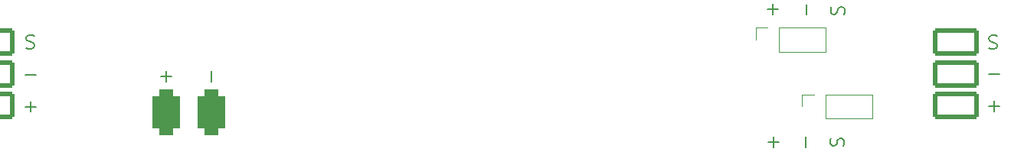
<source format=gto>
G04 #@! TF.GenerationSoftware,KiCad,Pcbnew,9.0.0*
G04 #@! TF.CreationDate,2025-03-27T20:29:25-05:00*
G04 #@! TF.ProjectId,PD_Board_v2,50445f42-6f61-4726-945f-76322e6b6963,rev?*
G04 #@! TF.SameCoordinates,Original*
G04 #@! TF.FileFunction,Legend,Top*
G04 #@! TF.FilePolarity,Positive*
%FSLAX46Y46*%
G04 Gerber Fmt 4.6, Leading zero omitted, Abs format (unit mm)*
G04 Created by KiCad (PCBNEW 9.0.0) date 2025-03-27 20:29:25*
%MOMM*%
%LPD*%
G01*
G04 APERTURE LIST*
G04 Aperture macros list*
%AMRoundRect*
0 Rectangle with rounded corners*
0 $1 Rounding radius*
0 $2 $3 $4 $5 $6 $7 $8 $9 X,Y pos of 4 corners*
0 Add a 4 corners polygon primitive as box body*
4,1,4,$2,$3,$4,$5,$6,$7,$8,$9,$2,$3,0*
0 Add four circle primitives for the rounded corners*
1,1,$1+$1,$2,$3*
1,1,$1+$1,$4,$5*
1,1,$1+$1,$6,$7*
1,1,$1+$1,$8,$9*
0 Add four rect primitives between the rounded corners*
20,1,$1+$1,$2,$3,$4,$5,0*
20,1,$1+$1,$4,$5,$6,$7,0*
20,1,$1+$1,$6,$7,$8,$9,0*
20,1,$1+$1,$8,$9,$2,$3,0*%
G04 Aperture macros list end*
%ADD10C,0.191250*%
%ADD11C,0.120000*%
%ADD12RoundRect,0.250000X-1.250000X2.250000X-1.250000X-2.250000X1.250000X-2.250000X1.250000X2.250000X0*%
%ADD13RoundRect,0.250000X-2.250000X-1.250000X2.250000X-1.250000X2.250000X1.250000X-2.250000X1.250000X0*%
%ADD14RoundRect,0.750000X0.750000X-1.750000X0.750000X1.750000X-0.750000X1.750000X-0.750000X-1.750000X0*%
%ADD15R,1.700000X1.700000*%
%ADD16O,1.700000X1.700000*%
G04 APERTURE END LIST*
D10*
X189745045Y-93292250D02*
X189672187Y-93510822D01*
X189672187Y-93510822D02*
X189672187Y-93875107D01*
X189672187Y-93875107D02*
X189745045Y-94020822D01*
X189745045Y-94020822D02*
X189817902Y-94093679D01*
X189817902Y-94093679D02*
X189963616Y-94166536D01*
X189963616Y-94166536D02*
X190109330Y-94166536D01*
X190109330Y-94166536D02*
X190255045Y-94093679D01*
X190255045Y-94093679D02*
X190327902Y-94020822D01*
X190327902Y-94020822D02*
X190400759Y-93875107D01*
X190400759Y-93875107D02*
X190473616Y-93583679D01*
X190473616Y-93583679D02*
X190546473Y-93437964D01*
X190546473Y-93437964D02*
X190619330Y-93365107D01*
X190619330Y-93365107D02*
X190765045Y-93292250D01*
X190765045Y-93292250D02*
X190910759Y-93292250D01*
X190910759Y-93292250D02*
X191056473Y-93365107D01*
X191056473Y-93365107D02*
X191129330Y-93437964D01*
X191129330Y-93437964D02*
X191202187Y-93583679D01*
X191202187Y-93583679D02*
X191202187Y-93947964D01*
X191202187Y-93947964D02*
X191129330Y-94166536D01*
X187005045Y-93040107D02*
X187005045Y-94205822D01*
X183305045Y-93015107D02*
X183305045Y-94180822D01*
X182722187Y-93597964D02*
X183887902Y-93597964D01*
X189695045Y-107867250D02*
X189622187Y-108085822D01*
X189622187Y-108085822D02*
X189622187Y-108450107D01*
X189622187Y-108450107D02*
X189695045Y-108595822D01*
X189695045Y-108595822D02*
X189767902Y-108668679D01*
X189767902Y-108668679D02*
X189913616Y-108741536D01*
X189913616Y-108741536D02*
X190059330Y-108741536D01*
X190059330Y-108741536D02*
X190205045Y-108668679D01*
X190205045Y-108668679D02*
X190277902Y-108595822D01*
X190277902Y-108595822D02*
X190350759Y-108450107D01*
X190350759Y-108450107D02*
X190423616Y-108158679D01*
X190423616Y-108158679D02*
X190496473Y-108012964D01*
X190496473Y-108012964D02*
X190569330Y-107940107D01*
X190569330Y-107940107D02*
X190715045Y-107867250D01*
X190715045Y-107867250D02*
X190860759Y-107867250D01*
X190860759Y-107867250D02*
X191006473Y-107940107D01*
X191006473Y-107940107D02*
X191079330Y-108012964D01*
X191079330Y-108012964D02*
X191152187Y-108158679D01*
X191152187Y-108158679D02*
X191152187Y-108522964D01*
X191152187Y-108522964D02*
X191079330Y-108741536D01*
X186905045Y-107740107D02*
X186905045Y-108905822D01*
X183355045Y-107690107D02*
X183355045Y-108855822D01*
X182772187Y-108272964D02*
X183937902Y-108272964D01*
X207140107Y-104319955D02*
X208305822Y-104319955D01*
X207722964Y-104902812D02*
X207722964Y-103737097D01*
X207140107Y-100744955D02*
X208305822Y-100744955D01*
X207192250Y-97929955D02*
X207410822Y-98002812D01*
X207410822Y-98002812D02*
X207775107Y-98002812D01*
X207775107Y-98002812D02*
X207920822Y-97929955D01*
X207920822Y-97929955D02*
X207993679Y-97857097D01*
X207993679Y-97857097D02*
X208066536Y-97711383D01*
X208066536Y-97711383D02*
X208066536Y-97565669D01*
X208066536Y-97565669D02*
X207993679Y-97419955D01*
X207993679Y-97419955D02*
X207920822Y-97347097D01*
X207920822Y-97347097D02*
X207775107Y-97274240D01*
X207775107Y-97274240D02*
X207483679Y-97201383D01*
X207483679Y-97201383D02*
X207337964Y-97128526D01*
X207337964Y-97128526D02*
X207265107Y-97055669D01*
X207265107Y-97055669D02*
X207192250Y-96909955D01*
X207192250Y-96909955D02*
X207192250Y-96764240D01*
X207192250Y-96764240D02*
X207265107Y-96618526D01*
X207265107Y-96618526D02*
X207337964Y-96545669D01*
X207337964Y-96545669D02*
X207483679Y-96472812D01*
X207483679Y-96472812D02*
X207847964Y-96472812D01*
X207847964Y-96472812D02*
X208066536Y-96545669D01*
X116219955Y-101609892D02*
X116219955Y-100444178D01*
X116802812Y-101027035D02*
X115637097Y-101027035D01*
X121244955Y-101634892D02*
X121244955Y-100469178D01*
X100665107Y-104369955D02*
X101830822Y-104369955D01*
X101247964Y-104952812D02*
X101247964Y-103787097D01*
X100767250Y-97879955D02*
X100985822Y-97952812D01*
X100985822Y-97952812D02*
X101350107Y-97952812D01*
X101350107Y-97952812D02*
X101495822Y-97879955D01*
X101495822Y-97879955D02*
X101568679Y-97807097D01*
X101568679Y-97807097D02*
X101641536Y-97661383D01*
X101641536Y-97661383D02*
X101641536Y-97515669D01*
X101641536Y-97515669D02*
X101568679Y-97369955D01*
X101568679Y-97369955D02*
X101495822Y-97297097D01*
X101495822Y-97297097D02*
X101350107Y-97224240D01*
X101350107Y-97224240D02*
X101058679Y-97151383D01*
X101058679Y-97151383D02*
X100912964Y-97078526D01*
X100912964Y-97078526D02*
X100840107Y-97005669D01*
X100840107Y-97005669D02*
X100767250Y-96859955D01*
X100767250Y-96859955D02*
X100767250Y-96714240D01*
X100767250Y-96714240D02*
X100840107Y-96568526D01*
X100840107Y-96568526D02*
X100912964Y-96495669D01*
X100912964Y-96495669D02*
X101058679Y-96422812D01*
X101058679Y-96422812D02*
X101422964Y-96422812D01*
X101422964Y-96422812D02*
X101641536Y-96495669D01*
X100640107Y-100819955D02*
X101805822Y-100819955D01*
D11*
X186505000Y-103020000D02*
X187835000Y-103020000D01*
X186505000Y-104350000D02*
X186505000Y-103020000D01*
X189105000Y-103020000D02*
X194245000Y-103020000D01*
X189105000Y-105680000D02*
X189105000Y-103020000D01*
X189105000Y-105680000D02*
X194245000Y-105680000D01*
X194245000Y-105680000D02*
X194245000Y-103020000D01*
X181390000Y-95620000D02*
X182720000Y-95620000D01*
X181390000Y-96950000D02*
X181390000Y-95620000D01*
X183990000Y-95620000D02*
X189130000Y-95620000D01*
X183990000Y-98280000D02*
X183990000Y-95620000D01*
X183990000Y-98280000D02*
X189130000Y-98280000D01*
X189130000Y-98280000D02*
X189130000Y-95620000D01*
%LPC*%
D12*
X190400000Y-89500000D03*
X186900000Y-89500000D03*
X183400000Y-89500000D03*
X190400000Y-112000000D03*
X186900000Y-112000000D03*
X183400000Y-112000000D03*
D13*
X203550000Y-97250000D03*
X203550000Y-100750000D03*
X203550000Y-104250000D03*
D14*
X116250000Y-105000000D03*
X121250000Y-105000000D03*
D13*
X96950000Y-97250000D03*
X96950000Y-100750000D03*
X96950000Y-104250000D03*
D15*
X187835000Y-104350000D03*
D16*
X190375000Y-104350000D03*
X192915000Y-104350000D03*
D15*
X182720000Y-96950000D03*
D16*
X185260000Y-96950000D03*
X187800000Y-96950000D03*
%LPD*%
M02*

</source>
